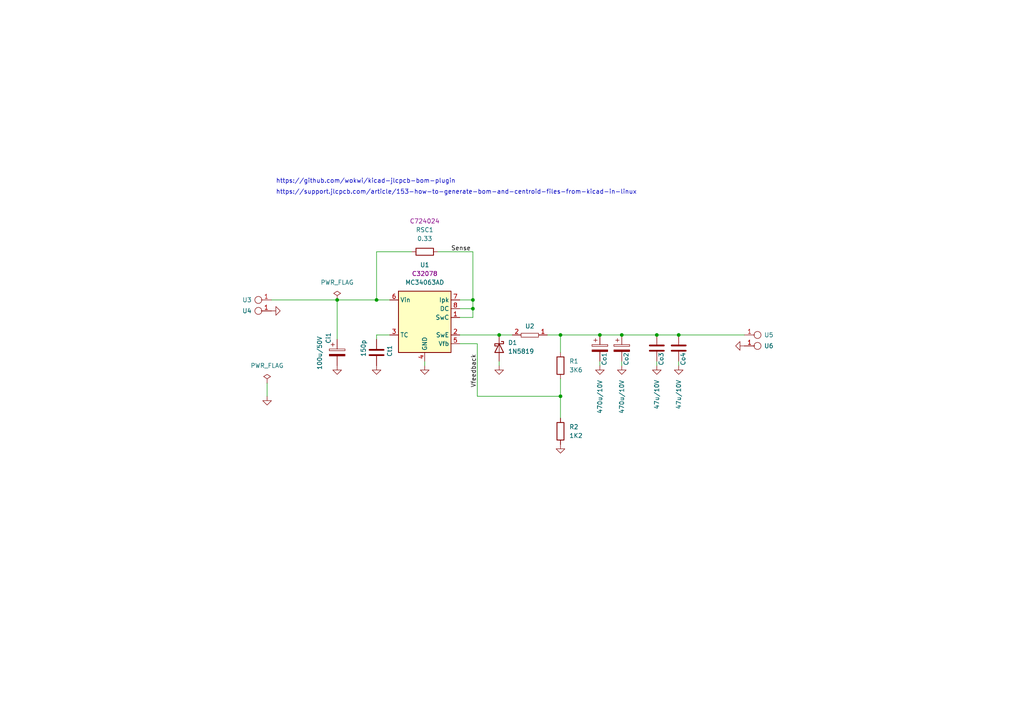
<source format=kicad_sch>
(kicad_sch (version 20211123) (generator eeschema)
  (paper "A4")
  (lib_symbols
    (symbol "1pin:1pin"
      (symbol "1pin_0_1"
        (circle (center 0 0) (radius 1.016))
      )
      (symbol "1pin_1_1"
        (pin passive line (at -3.81 0 0) (length 3) (name "") (number "1"))
      )
    )
    (symbol "Device:C" (pin_numbers hide) (pin_names (offset 0.254))
      (property "Reference" "C" (at 0.635 2.54 0))
      (property "Value" "C" (at 0.635 -2.54 0))
      (symbol "C_0_1"
        (polyline (pts (xy -2.032 -0.762) (xy 2.032 -0.762)) (stroke (width 0.508)))
        (polyline (pts (xy -2.032 0.762) (xy 2.032 0.762)) (stroke (width 0.508)))
      )
      (symbol "C_1_1"
        (pin passive line (at 0 3.81 270) (length 2.794) (name "~") (number "1"))
        (pin passive line (at 0 -3.81 90) (length 2.794) (name "~") (number "2"))
      )
    )
    (symbol "Device:C_Polarized" (pin_numbers hide) (pin_names (offset 0.254))
      (property "Reference" "C" (at 0.635 2.54 0))
      (property "Value" "C_Polarized" (at 0.635 -2.54 0))
      (symbol "C_Polarized_0_1"
        (rectangle (start -2.286 0.508) (end 2.286 1.016))
        (polyline (pts (xy -1.778 2.286) (xy -0.762 2.286)))
        (polyline (pts (xy -1.27 2.794) (xy -1.27 1.778)))
        (rectangle (start 2.286 -0.508) (end -2.286 -1.016) (fill (type outline)))
      )
      (symbol "C_Polarized_1_1"
        (pin passive line (at 0 3.81 270) (length 2.794) (name "~") (number "1"))
        (pin passive line (at 0 -3.81 90) (length 2.794) (name "~") (number "2"))
      )
    )
    (symbol "Device:R" (pin_numbers hide) (pin_names (offset 0))
      (property "Reference" "R" (at 2.032 0 90))
      (property "Value" "R" (at 0 0 90))
      (symbol "R_0_1"
        (rectangle (start -1.016 -2.54) (end 1.016 2.54) (stroke (width 0.254)))
      )
      (symbol "R_1_1"
        (pin passive line (at 0 3.81 270) (length 1.27) (name "~") (number "1"))
        (pin passive line (at 0 -3.81 90) (length 1.27) (name "~") (number "2"))
      )
    )
    (symbol "Diode:1N5819" (pin_numbers hide) (pin_names (offset 1.016) hide)
      (property "Reference" "D" (at 0 2.54 0))
      (property "Value" "1N5819" (at 0 -2.54 0))
      (symbol "1N5819_0_1"
        (polyline (pts (xy 1.27 0) (xy -1.27 0)))
        (polyline (pts (xy 1.27 1.27) (xy 1.27 -1.27) (xy -1.27 0) (xy 1.27 1.27)) (stroke (width 0.254)))
        (polyline (pts (xy -1.905 0.635) (xy -1.905 1.27) (xy -1.27 1.27) (xy -1.27 -1.27) (xy -0.635 -1.27) (xy -0.635 -0.635)) (stroke (width 0.254)))
      )
      (symbol "1N5819_1_1"
        (pin passive line (at -3.81 0 0) (length 2.54) (name "K") (number "1"))
        (pin passive line (at 3.81 0 180) (length 2.54) (name "A") (number "2"))
      )
    )
    (symbol "Regulator_Switching:MC34063AD"
      (property "Reference" "U1" (at 0 12.7 0))
      (property "Value" "MC34063AD" (at 0 10.16 0))
      (property "LCSC" "C32078" (at 0 0 0))
      (property "MPN" "MC34063ADR2G" (at 0 0 0))
      (property "Mfr" "ONSEMI" (at 0 0 0))
      (symbol "MC34063AD_0_1"
        (rectangle (start -7.62 7.62) (end 7.62 -10.16) (stroke (width 0.254)) (fill (type background)))
      )
      (symbol "MC34063AD_1_1"
        (pin open_collector line (at 10.16 0 180) (length 2.54) (name "SwC") (number "1"))
        (pin open_emitter line (at 10.16 -5.08 180) (length 2.54) (name "SwE") (number "2"))
        (pin passive line (at -10.16 -5.08 0) (length 2.54) (name "TC") (number "3"))
        (pin power_in line (at 0 -12.7 90) (length 2.54) (name "GND") (number "4"))
        (pin input line (at 10.16 -7.62 180) (length 2.54) (name "Vfb") (number "5"))
        (pin power_in line (at -10.16 5.08 0) (length 2.54) (name "Vin") (number "6"))
        (pin input line (at 10.16 5.08 180) (length 2.54) (name "Ipk") (number "7"))
        (pin open_collector line (at 10.16 2.54 180) (length 2.54) (name "DC") (number "8"))
      )
    )
    (symbol "mc34063-power-inductor-leaded:mc34063-power-inductor-leaded"
      (property "Reference" "U" (at 0 3.81 0))
      (symbol "mc34063-power-inductor-leaded_0_1"
        (rectangle (start -2.54 0.635) (end 2.54 -0.508))
      )
      (symbol "mc34063-power-inductor-leaded_1_1"
        (pin passive line (at -5.08 0 0) (length 2.54) (name "") (number "1"))
        (pin passive line (at 5.08 0 180) (length 2.54) (name "") (number "2"))
      )
    )
    (symbol "power:GND" (power) (pin_names (offset 0))
      (property "Value" "GND" (at 0 -3.81 0))
      (symbol "GND_0_1"
        (polyline (pts (xy 0 0) (xy 0 -1.27) (xy 1.27 -1.27) (xy 0 -2.54) (xy -1.27 -1.27) (xy 0 -1.27)))
      )
      (symbol "GND_1_1"
        (pin power_in line (at 0 0 270) (length 0) hide (name "GND") (number "1"))
      )
    )
    (symbol "power:PWR_FLAG" (power) (pin_numbers hide) (pin_names (offset 0) hide)
      (property "Value" "PWR_FLAG" (at 0 3.81 0))
      (symbol "PWR_FLAG_0_0"
        (pin power_out line (at 0 0 90) (length 0) (name "pwr") (number "1"))
      )
      (symbol "PWR_FLAG_0_1"
        (polyline (pts (xy 0 0) (xy 0 1.27) (xy -1.016 1.905) (xy 0 2.54) (xy 1.016 1.905) (xy 0 1.27)))
      )
    )
  )
  (junction (at 144.78 97.155))
  (junction (at 196.85 97.155))
  (junction (at 180.34 97.155))
  (junction (at 97.79 86.995))
  (junction (at 109.22 86.995))
  (junction (at 162.56 114.935))
  (junction (at 190.5 97.155))
  (junction (at 137.16 86.995))
  (junction (at 137.16 89.535))
  (junction (at 173.99 97.155))
  (junction (at 162.56 97.155))
  (wire (pts (xy 162.56 114.935) (xy 162.56 121.285)))
  (wire (pts (xy 162.56 97.155) (xy 162.56 102.235)))
  (wire (pts (xy 144.78 104.775) (xy 144.78 106.045)))
  (wire (pts (xy 109.22 97.155) (xy 109.22 98.425)))
  (wire (pts (xy 109.22 73.025) (xy 109.22 86.995)))
  (wire (pts (xy 123.19 106.045) (xy 123.19 104.775)))
  (wire (pts (xy 78.74 86.995) (xy 97.79 86.995)))
  (wire (pts (xy 133.35 97.155) (xy 144.78 97.155)))
  (wire (pts (xy 138.43 99.695) (xy 133.35 99.695)))
  (wire (pts (xy 180.34 97.155) (xy 190.5 97.155)))
  (wire (pts (xy 173.99 97.155) (xy 180.34 97.155)))
  (wire (pts (xy 196.85 97.155) (xy 215.9 97.155)))
  (wire (pts (xy 119.38 73.025) (xy 109.22 73.025)))
  (wire (pts (xy 138.43 114.935) (xy 162.56 114.935)))
  (wire (pts (xy 137.16 73.025) (xy 137.16 86.995)))
  (wire (pts (xy 137.16 92.075) (xy 137.16 89.535)))
  (wire (pts (xy 180.34 104.775) (xy 180.34 106.045)))
  (wire (pts (xy 127 73.025) (xy 137.16 73.025)))
  (wire (pts (xy 158.75 97.155) (xy 162.56 97.155)))
  (wire (pts (xy 190.5 97.155) (xy 196.85 97.155)))
  (wire (pts (xy 133.35 86.995) (xy 137.16 86.995)))
  (wire (pts (xy 133.35 92.075) (xy 137.16 92.075)))
  (wire (pts (xy 97.79 86.995) (xy 109.22 86.995)))
  (wire (pts (xy 77.47 111.125) (xy 77.47 114.935)))
  (wire (pts (xy 144.78 97.155) (xy 148.59 97.155)))
  (wire (pts (xy 190.5 104.775) (xy 190.5 106.045)))
  (wire (pts (xy 162.56 97.155) (xy 173.99 97.155)))
  (wire (pts (xy 97.79 86.995) (xy 97.79 98.425)))
  (wire (pts (xy 162.56 109.855) (xy 162.56 114.935)))
  (wire (pts (xy 133.35 89.535) (xy 137.16 89.535)))
  (wire (pts (xy 173.99 104.775) (xy 173.99 106.045)))
  (wire (pts (xy 113.03 97.155) (xy 109.22 97.155)))
  (wire (pts (xy 138.43 114.935) (xy 138.43 99.695)))
  (wire (pts (xy 196.85 104.775) (xy 196.85 106.045)))
  (wire (pts (xy 137.16 86.995) (xy 137.16 89.535)))
  (wire (pts (xy 109.22 86.995) (xy 113.03 86.995)))
  (text "https://support.jlcpcb.com/article/153-how-to-generate-bom-and-centroid-files-from-kicad-in-linux" (at 80.01 56.515 0) (effects (font (size 1.27 1.27)) (justify left bottom)))
  (text "https://github.com/wokwi/kicad-jlcpcb-bom-plugin" (at 80.01 53.34 0) (effects (font (size 1.27 1.27)) (justify left bottom)))
  (label "Vfeedback" (at 138.43 112.395 90))
  (label "Sense" (at 130.81 73.025 0))
  (symbol (lib_id "power:GND") (at 144.78 106.045 0) (unit 1)
    (property "Reference" "#PWR05" (effects hide))
    (property "Value" "GND" (effects hide))
  )
  (symbol (lib_id "power:GND") (at 109.22 106.045 0) (unit 1)
    (property "Reference" "#PWR03" (effects hide))
    (property "Value" "GND" (effects hide))
  )
  (symbol (lib_id "Device:C_Polarized") (at 180.34 100.965 0) (unit 1)
    (property "Reference" "Co2" (at 181.61 106.045 90) (effects (justify left)))
    (property "Value" "470u/10V" (at 180.34 120.015 90) (effects (justify left)))
    (property "Footprint" "Capacitor_SMD:CP_Elec_6.3x7.7" (effects hide))
    (property "LCSC" "C3001217" (effects hide))
    (property "MPN" "CS1A471M-CRE77" (effects hide))
    (property "Mfr" "ROQANG" (effects hide))
    (property "URL" "https://www.lcsc.com/product-detail/Aluminum-Electrolytic-Capacitors-SMD_ROQANG-CS1A471M-CRE77_C3001217.html" (effects hide))
  )
  (symbol (lib_id "power:PWR_FLAG") (at 77.47 111.125 0) (mirror y) (unit 1)
    (property "Reference" "#FLG0101" (effects hide))
    (property "Value" "PWR_FLAG" (at 77.47 106.045 0))
  )
  (symbol (lib_id "Device:R") (at 123.19 73.025 90) (unit 1)
    (property "Reference" "RSC1" (at 123.19 66.675 90))
    (property "Value" "0.33" (at 123.19 69.215 90))
    (property "Footprint" "Resistor_SMD:R_0805_2012Metric" (effects hide))
    (property "LCSC" "C724024" (at 123.19 64.135 90))
    (property "MPN" "RL0805FR-070R33L" (effects hide))
    (property "Mfr" "YAGEO" (effects hide))
    (property "URL" "https://www.lcsc.com/product-detail/Current-Sense-Resistors-Shunt-Resistors_YAGEO-RL0805FR-070R33L_C724024.html" (effects hide))
  )
  (symbol (lib_id "1pin:1pin") (at 74.93 90.17 180) (unit 1)
    (property "Reference" "U4" (at 73.025 90.17 0) (effects (justify left)))
    (property "Value" "1pin" (effects hide))
    (property "Footprint" "1pin:1pin" (effects hide))
  )
  (symbol (lib_id "1pin:1pin") (at 219.71 100.33 0) (unit 1)
    (property "Reference" "U6" (at 221.615 100.33 0) (effects (justify left)))
    (property "Value" "1pin" (effects hide))
    (property "Footprint" "1pin:1pin" (effects hide))
  )
  (symbol (lib_id "power:GND") (at 196.85 106.045 0) (unit 1)
    (property "Reference" "#PWR08" (effects hide))
    (property "Value" "GND" (effects hide))
  )
  (symbol (lib_id "1pin:1pin") (at 219.71 97.155 0) (unit 1)
    (property "Reference" "U5" (at 221.615 97.155 0) (effects (justify left)))
    (property "Value" "1pin" (effects hide))
    (property "Footprint" "1pin:1pin" (effects hide))
  )
  (symbol (lib_id "power:GND") (at 97.79 106.045 0) (unit 1)
    (property "Reference" "#PWR02" (effects hide))
    (property "Value" "GND" (effects hide))
  )
  (symbol (lib_id "1pin:1pin") (at 74.93 86.995 180) (unit 1)
    (property "Reference" "U3" (at 73.025 86.995 0) (effects (justify left)))
    (property "Value" "1pin" (effects hide))
    (property "Footprint" "1pin:1pin" (effects hide))
  )
  (symbol (lib_id "Device:C") (at 109.22 102.235 0) (unit 1)
    (property "Reference" "Ct1" (at 113.03 103.505 90) (effects (justify left)))
    (property "Value" "150p" (at 105.41 103.505 90) (effects (justify left)))
    (property "Footprint" "Capacitor_SMD:C_1206_3216Metric" (effects hide))
    (property "LCSC" "C1716" (effects hide))
    (property "MPN" "0805B151K500NT" (effects hide))
    (property "Mfr" "FH (Guangdong Fenghua Advanced Tech)" (effects hide))
    (property "URL" "https://www.lcsc.com/product-detail/Multilayer-Ceramic-Capacitors-MLCC-SMD-SMT_FH-Guangdong-Fenghua-Advanced-Tech-0805B151K500NT_C1716.html" (effects hide))
  )
  (symbol (lib_id "power:GND") (at 180.34 106.045 0) (unit 1)
    (property "Reference" "#PWR010" (effects hide))
    (property "Value" "GND" (effects hide))
  )
  (symbol (lib_id "power:GND") (at 173.99 106.045 0) (unit 1)
    (property "Reference" "#PWR07" (effects hide))
    (property "Value" "GND" (effects hide))
  )
  (symbol (lib_id "power:PWR_FLAG") (at 97.79 86.995 0) (mirror y) (unit 1)
    (property "Reference" "#FLG0102" (effects hide))
    (property "Value" "PWR_FLAG" (at 97.79 81.915 0))
  )
  (symbol (lib_id "mc34063-power-inductor-leaded:mc34063-power-inductor-leaded") (at 153.67 97.155 180) (unit 1)
    (property "Reference" "U2" (at 153.67 94.615 0))
    (property "Value" "mc34063-power-inductor-leaded" (effects hide))
    (property "Footprint" "mc34063-power-inductor-leaded:mc34063-power-inductor-leaded" (effects hide))
  )
  (symbol (lib_id "power:GND") (at 162.56 128.905 0) (unit 1)
    (property "Reference" "#PWR06" (effects hide))
    (property "Value" "GND" (effects hide))
  )
  (symbol (lib_id "Device:R") (at 162.56 125.095 0) (unit 1)
    (property "Reference" "R2" (at 165.1 123.8249 0) (effects (justify left)))
    (property "Value" "1K2" (at 165.1 126.3649 0) (effects (justify left)))
    (property "Footprint" "Resistor_SMD:R_0805_2012Metric" (effects hide))
    (property "LCSC" "C218393" (effects hide))
    (property "MPN" "ARG05FTC1201" (effects hide))
    (property "Mfr" "Viking Tech" (effects hide))
    (property "URL" "https://www.lcsc.com/product-detail/Chip-Resistor-Surface-Mount_Viking-Tech-ARG05FTC1201_C218393.html" (effects hide))
  )
  (symbol (lib_id "Diode:1N5819") (at 144.78 100.965 270) (unit 1)
    (property "Reference" "D1" (at 147.32 99.3774 90) (effects (justify left)))
    (property "Value" "1N5819" (at 147.32 101.9174 90) (effects (justify left)))
    (property "Footprint" "Diode_SMD:D_SOD-123" (effects hide))
    (property "Datasheet" "http://www.vishay.com/docs/88525/1n5817.pdf" (effects hide))
    (property "LCSC" "C82544" (effects hide))
    (property "MPN" "1N5819HW-7-F" (effects hide))
    (property "Mfr" "Diodes Incorporated" (effects hide))
    (property "URL" "https://www.lcsc.com/product-detail/Schottky-Barrier-Diodes-SBD_Diodes-Incorporated-1N5819HW-7-F_C82544.html" (effects hide))
  )
  (symbol (lib_id "Device:C_Polarized") (at 173.99 100.965 0) (unit 1)
    (property "Reference" "Co1" (at 175.26 106.045 90) (effects (justify left)))
    (property "Value" "470u/10V" (at 173.99 120.015 90) (effects (justify left)))
    (property "Footprint" "Capacitor_SMD:CP_Elec_6.3x7.7" (effects hide))
    (property "LCSC" "C3001217" (effects hide))
    (property "MPN" "CS1A471M-CRE77" (effects hide))
    (property "Mfr" "ROQANG" (effects hide))
    (property "URL" "https://www.lcsc.com/product-detail/Aluminum-Electrolytic-Capacitors-SMD_ROQANG-CS1A471M-CRE77_C3001217.html" (effects hide))
  )
  (symbol (lib_id "Device:C") (at 196.85 100.965 0) (unit 1)
    (property "Reference" "Co4" (at 198.12 106.045 90) (effects (justify left)))
    (property "Value" "47u/10V" (at 196.85 118.745 90) (effects (justify left)))
    (property "Footprint" "Capacitor_SMD:C_1206_3216Metric" (effects hide))
    (property "LCSC" "C96123" (effects hide))
    (property "MPN" "CL31A476MPHNNNE" (effects hide))
    (property "Mfr" "Samsung Electro-Mechanics" (effects hide))
    (property "URL" "https://www.lcsc.com/product-detail/Multilayer-Ceramic-Capacitors-MLCC-SMD-SMT_Samsung-Electro-Mechanics-CL31A476MPHNNNE_C96123.html" (effects hide))
  )
  (symbol (lib_id "power:GND") (at 77.47 114.935 0) (unit 1)
    (property "Reference" "#PWR0102" (effects hide))
    (property "Value" "GND" (effects hide))
  )
  (symbol (lib_id "power:GND") (at 78.74 90.17 90) (unit 1)
    (property "Reference" "#PWR0101" (effects hide))
    (property "Value" "GND" (effects hide))
  )
  (symbol (lib_id "Device:C") (at 190.5 100.965 0) (unit 1)
    (property "Reference" "Co3" (at 191.77 106.045 90) (effects (justify left)))
    (property "Value" "47u/10V" (at 190.5 118.745 90) (effects (justify left)))
    (property "Footprint" "Capacitor_SMD:C_1206_3216Metric" (effects hide))
    (property "LCSC" "C96123" (effects hide))
    (property "MPN" "CL31A476MPHNNNE" (effects hide))
    (property "Mfr" "Samsung Electro-Mechanics" (effects hide))
    (property "URL" "https://www.lcsc.com/product-detail/Multilayer-Ceramic-Capacitors-MLCC-SMD-SMT_Samsung-Electro-Mechanics-CL31A476MPHNNNE_C96123.html" (effects hide))
  )
  (symbol (lib_id "Regulator_Switching:MC34063AD") (at 123.19 92.075 0) (unit 1)
    (property "Reference" "U1" (at 123.19 76.835 0))
    (property "Value" "MC34063AD" (at 123.19 81.915 0))
    (property "Footprint" "Package_SO:SOIC-8_3.9x4.9mm_P1.27mm" (effects hide))
    (property "Datasheet" "http://www.onsemi.com/pub_link/Collateral/MC34063A-D.PDF" (effects hide))
    (property "LCSC" "C32078" (at 123.19 79.375 0))
    (property "MPN" "MC34063ADR2G" (effects hide))
    (property "Mfr" "ONSEMI" (effects hide))
    (property "URL" "https://www.lcsc.com/product-detail/DC-DC-Converters_onsemi-MC34063ADR2G_C32078.html" (effects hide))
  )
  (symbol (lib_id "power:GND") (at 215.9 100.33 270) (unit 1)
    (property "Reference" "#PWR01" (effects hide))
    (property "Value" "GND" (effects hide))
  )
  (symbol (lib_id "power:GND") (at 123.19 106.045 0) (unit 1)
    (property "Reference" "#PWR04" (effects hide))
    (property "Value" "GND" (effects hide))
  )
  (symbol (lib_id "Device:C_Polarized") (at 97.79 102.235 0) (unit 1)
    (property "Reference" "Ci1" (at 95.25 99.695 90) (effects (justify left)))
    (property "Value" "100u/50V" (at 92.71 107.315 90) (effects (justify left)))
    (property "Footprint" "Capacitor_SMD:CP_Elec_6.3x7.7" (effects hide))
    (property "LCSC" "C3001220" (effects hide))
    (property "MPN" "CS1V101M-CRE77" (effects hide))
    (property "Mfr" "ROQANG" (effects hide))
    (property "URL" "https://www.lcsc.com/product-detail/Aluminum-Electrolytic-Capacitors-SMD_ROQANG-CS1V101M-CRE77_C3001220.html" (effects hide))
  )
  (symbol (lib_id "power:GND") (at 190.5 106.045 0) (unit 1)
    (property "Reference" "#PWR011" (effects hide))
    (property "Value" "GND" (effects hide))
  )
  (symbol (lib_id "Device:R") (at 162.56 106.045 0) (unit 1)
    (property "Reference" "R1" (at 165.1 104.7749 0) (effects (justify left)))
    (property "Value" "3K6" (at 165.1 107.3149 0) (effects (justify left)))
    (property "Footprint" "Resistor_SMD:R_0805_2012Metric" (effects hide))
    (property "LCSC" "C218558" (effects hide))
    (property "MPN" "ARG05FTC3601" (effects hide))
    (property "Mfr" "Viking Tech" (effects hide))
    (property "URL" "https://www.lcsc.com/product-detail/Chip-Resistor-Surface-Mount_Viking-Tech-ARG05FTC3601_C218558.html" (effects hide))
  )
)
</source>
